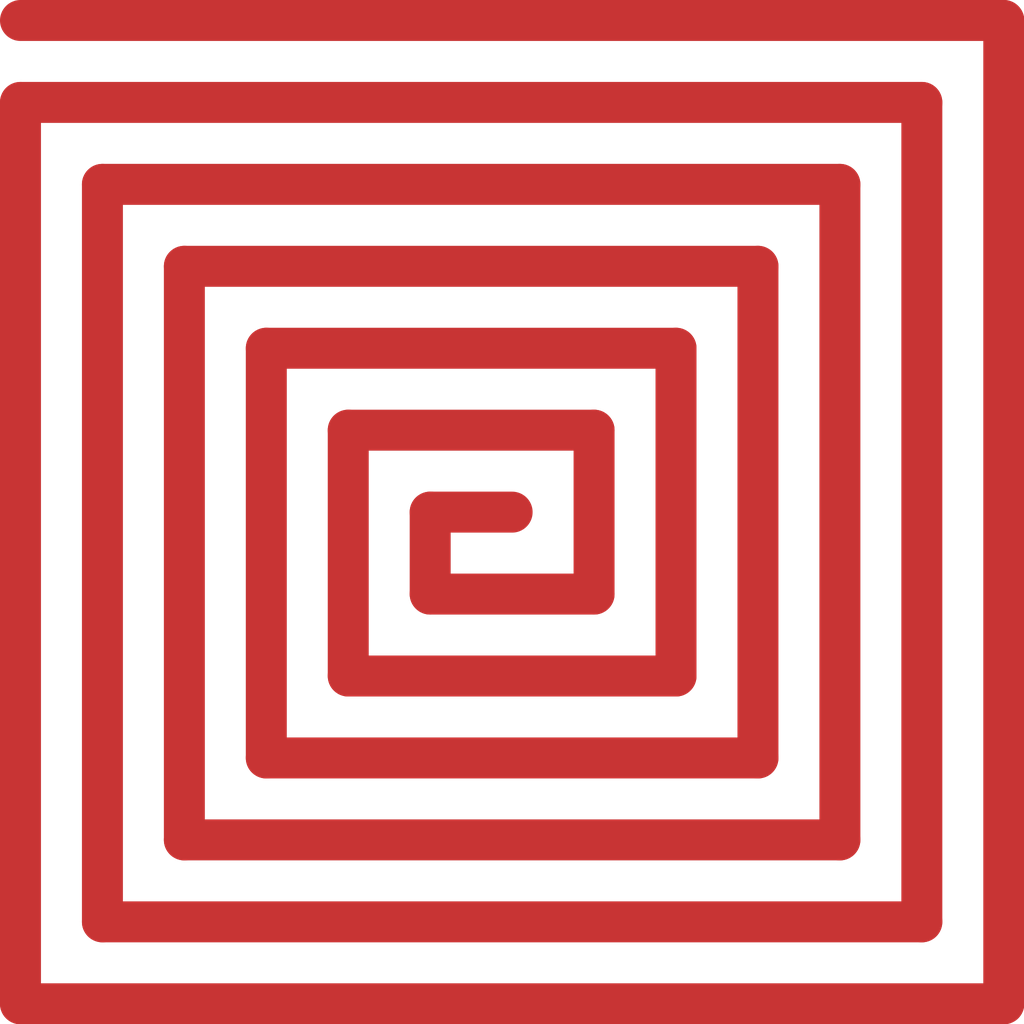
<source format=kicad_pcb>
(kicad_pcb (version 20211014) (generator pcbnew)

  (general
    (thickness 1.6)
  )

  (paper "A4")
  (layers
    (0 "F.Cu" signal)
    (31 "B.Cu" signal)
    (32 "B.Adhes" user "B.Adhesive")
    (33 "F.Adhes" user "F.Adhesive")
    (34 "B.Paste" user)
    (35 "F.Paste" user)
    (36 "B.SilkS" user "B.Silkscreen")
    (37 "F.SilkS" user "F.Silkscreen")
    (38 "B.Mask" user)
    (39 "F.Mask" user)
    (40 "Dwgs.User" user "User.Drawings")
    (41 "Cmts.User" user "User.Comments")
    (42 "Eco1.User" user "User.Eco1")
    (43 "Eco2.User" user "User.Eco2")
    (44 "Edge.Cuts" user)
    (45 "Margin" user)
    (46 "B.CrtYd" user "B.Courtyard")
    (47 "F.CrtYd" user "F.Courtyard")
    (48 "B.Fab" user)
    (49 "F.Fab" user)
    (50 "User.1" user)
    (51 "User.2" user)
    (52 "User.3" user)
    (53 "User.4" user)
    (54 "User.5" user)
    (55 "User.6" user)
    (56 "User.7" user)
    (57 "User.8" user)
    (58 "User.9" user)
  )

  (setup
    (pad_to_mask_clearance 0)
    (pcbplotparams
      (layerselection 0x0000000_7fffffff)
      (disableapertmacros false)
      (usegerberextensions false)
      (usegerberattributes true)
      (usegerberadvancedattributes true)
      (creategerberjobfile true)
      (svguseinch false)
      (svgprecision 6)
      (excludeedgelayer true)
      (plotframeref false)
      (viasonmask false)
      (mode 1)
      (useauxorigin false)
      (hpglpennumber 1)
      (hpglpenspeed 20)
      (hpglpendiameter 15.000000)
      (dxfpolygonmode true)
      (dxfimperialunits true)
      (dxfusepcbnewfont true)
      (psnegative false)
      (psa4output false)
      (plotreference true)
      (plotvalue true)
      (plotinvisibletext false)
      (sketchpadsonfab false)
      (subtractmaskfromsilk false)
      (outputformat 1)
      (mirror false)
      (drillshape 0)
      (scaleselection 1)
      (outputdirectory "")
    )
  )

  (net 0 "")

  (gr_circle (center 100 100) (end 100 100) (layer "F.Cu") (width 0.2) (fill none) (tstamp a13eb576-d667-4a04-bdc2-1785b9702c87))

  (segment (start 112 112) (end 100 112) (width 0.5) (layer "F.Cu") (net 0) (tstamp 1328ba77-a305-444f-9643-7debcc54eb93))
  (segment (start 100 101) (end 111 101) (width 0.5) (layer "F.Cu") (net 0) (tstamp 30db8a1f-bc92-499a-bd83-335f0d6cd456))
  (segment (start 103 104) (end 108 104) (width 0.5) (layer "F.Cu") (net 0) (tstamp 36154fc8-23fb-4e1c-a7ae-e783795cac31))
  (segment (start 103 109) (end 103 104) (width 0.5) (layer "F.Cu") (net 0) (tstamp 382adf3c-88f4-4113-9878-f4de1f222892))
  (segment (start 107 107) (end 105 107) (width 0.5) (layer "F.Cu") (net 0) (tstamp 3bdd3f23-f652-4751-b142-04e8495551a0))
  (segment (start 100 112) (end 100 101) (width 0.5) (layer "F.Cu") (net 0) (tstamp 4e9a978b-4867-4437-b426-8506c934cd40))
  (segment (start 104 108) (end 104 105) (width 0.5) (layer "F.Cu") (net 0) (tstamp 5145b5e8-6094-4348-b68c-4a95bacc021f))
  (segment (start 109 109) (end 103 109) (width 0.5) (layer "F.Cu") (net 0) (tstamp 564dc69b-6b8c-48e3-a985-a7660851b54f))
  (segment (start 101 111) (end 101 102) (width 0.5) (layer "F.Cu") (net 0) (tstamp 66b1baaa-d85b-43ad-8633-f73860c5fbb9))
  (segment (start 104 105) (end 107 105) (width 0.5) (layer "F.Cu") (net 0) (tstamp 66cb9748-c2a0-4052-ab54-1aad801cbc9f))
  (segment (start 101 102) (end 110 102) (width 0.5) (layer "F.Cu") (net 0) (tstamp 81016664-d6f3-4193-addc-bbc9167567f2))
  (segment (start 112 100) (end 112 112) (width 0.5) (layer "F.Cu") (net 0) (tstamp 8ecf1ee9-b589-43eb-b5a3-d9715f052fb4))
  (segment (start 111 111) (end 101 111) (width 0.5) (layer "F.Cu") (net 0) (tstamp 9ce9af66-873e-42ef-9f4e-8f14731d44b0))
  (segment (start 108 104) (end 108 108) (width 0.5) (layer "F.Cu") (net 0) (tstamp 9dfad35c-262e-4b75-8924-72db16a96e91))
  (segment (start 102 110) (end 102 103) (width 0.5) (layer "F.Cu") (net 0) (tstamp 9fdb89c8-f0ec-424b-a4df-81c6256d81c0))
  (segment (start 102 103) (end 109 103) (width 0.5) (layer "F.Cu") (net 0) (tstamp a0268854-ff4a-41fa-b490-733d43c0f032))
  (segment (start 111 101) (end 111 111) (width 0.5) (layer "F.Cu") (net 0) (tstamp b7085034-7f45-409c-8d54-3cdf69e892a3))
  (segment (start 109 103) (end 109 109) (width 0.5) (layer "F.Cu") (net 0) (tstamp b982edcf-f644-4033-bcd8-d22649a0981c))
  (segment (start 100 100) (end 112 100) (width 0.5) (layer "F.Cu") (net 0) (tstamp bfd00c98-ba64-4d66-b842-a7630ddedc7d))
  (segment (start 108 108) (end 104 108) (width 0.5) (layer "F.Cu") (net 0) (tstamp c115f0fa-5bc1-40ec-975c-f3df3dd22f36))
  (segment (start 105 107) (end 105 106) (width 0.5) (layer "F.Cu") (net 0) (tstamp ce8eeda9-d267-46ff-a7e4-358704d6f2a1))
  (segment (start 110 102) (end 110 110) (width 0.5) (layer "F.Cu") (net 0) (tstamp cf72b683-63ee-4f66-9500-32a95411fb15))
  (segment (start 105 106) (end 106 106) (width 0.5) (layer "F.Cu") (net 0) (tstamp dd17ba9f-fe93-4900-8385-dd227e172809))
  (segment (start 107 105) (end 107 107) (width 0.5) (layer "F.Cu") (net 0) (tstamp f72dbeeb-382f-4164-806a-aecb3d29e608))
  (segment (start 110 110) (end 102 110) (width 0.5) (layer "F.Cu") (net 0) (tstamp fa76a713-98a7-4e8e-a9e6-e67dd4d08f41))

)

</source>
